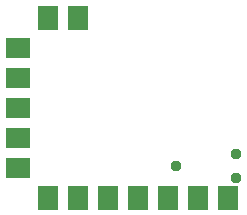
<source format=gbs>
G04 DipTrace 2.4.0.2*
%IN2dB-bBLE.gbs*%
%MOIN*%
%ADD36C,0.0374*%
%ADD52R,0.0685X0.0816*%
%ADD54R,0.0816X0.0685*%
%FSLAX44Y44*%
G04*
G70*
G90*
G75*
G01*
%LNBotMask*%
%LPD*%
D54*
X3937Y8937D3*
Y7937D3*
Y6937D3*
Y5937D3*
Y4937D3*
D52*
X4937Y9937D3*
X5937D3*
X6937Y3937D3*
X7937D3*
X8937D3*
X4937D3*
X5937D3*
X9937D3*
X10937D3*
D36*
X9184Y4988D3*
X11184Y5388D3*
Y4588D3*
M02*

</source>
